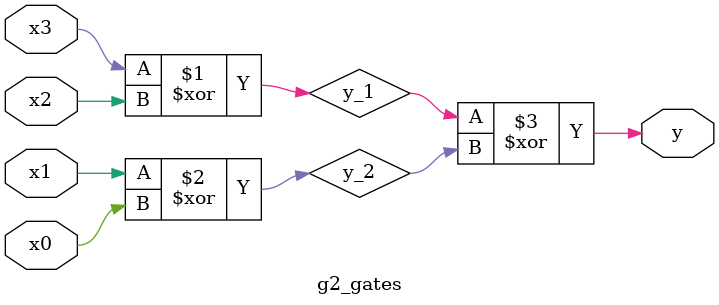
<source format=v>
`timescale 1ns / 1ps


module g2_gates(
    input x3,
    input x2,
    input x1,
    input x0,
    output y
    );
	 

	
	xor(y_1, x3, x2);
	xor(y_2, x1, x0);
	xor(y, y_1, y_2);
	

endmodule

</source>
